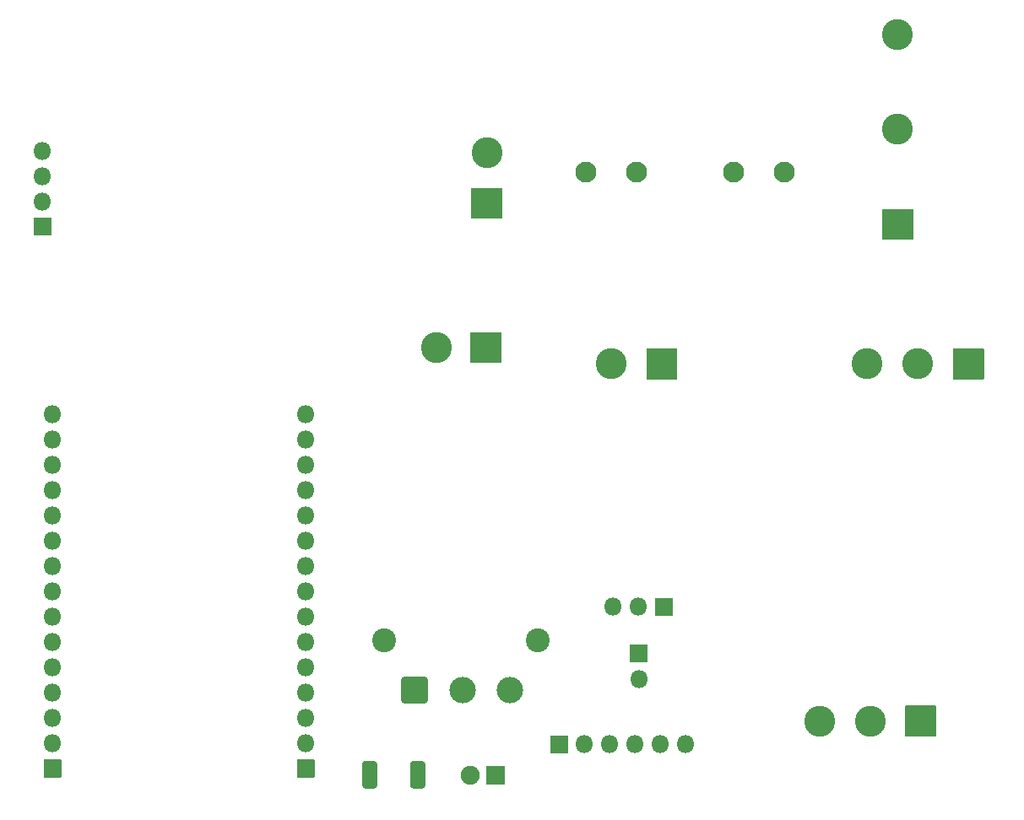
<source format=gts>
G04 #@! TF.GenerationSoftware,KiCad,Pcbnew,(5.1.12)-1*
G04 #@! TF.CreationDate,2022-02-21T20:10:41-04:00*
G04 #@! TF.ProjectId,OMC_WIFI_PCB,4f4d435f-5749-4464-995f-5043422e6b69,rev?*
G04 #@! TF.SameCoordinates,Original*
G04 #@! TF.FileFunction,Soldermask,Top*
G04 #@! TF.FilePolarity,Negative*
%FSLAX46Y46*%
G04 Gerber Fmt 4.6, Leading zero omitted, Abs format (unit mm)*
G04 Created by KiCad (PCBNEW (5.1.12)-1) date 2022-02-21 20:10:41*
%MOMM*%
%LPD*%
G01*
G04 APERTURE LIST*
%ADD10O,1.800000X1.800000*%
%ADD11C,2.100000*%
%ADD12C,3.100000*%
%ADD13C,1.900000*%
%ADD14C,2.400000*%
%ADD15C,2.650000*%
G04 APERTURE END LIST*
G36*
G01*
X632820000Y903830000D02*
X631120000Y903830000D01*
G75*
G02*
X631070000Y903880000I0J50000D01*
G01*
X631070000Y905580000D01*
G75*
G02*
X631120000Y905630000I50000J0D01*
G01*
X632820000Y905630000D01*
G75*
G02*
X632870000Y905580000I0J-50000D01*
G01*
X632870000Y903880000D01*
G75*
G02*
X632820000Y903830000I-50000J0D01*
G01*
G37*
D10*
X634510000Y904730000D03*
X637050000Y904730000D03*
X639590000Y904730000D03*
X642130000Y904730000D03*
X644670000Y904730000D03*
X639930000Y911300000D03*
G36*
G01*
X639030000Y912990000D02*
X639030000Y914690000D01*
G75*
G02*
X639080000Y914740000I50000J0D01*
G01*
X640780000Y914740000D01*
G75*
G02*
X640830000Y914690000I0J-50000D01*
G01*
X640830000Y912990000D01*
G75*
G02*
X640780000Y912940000I-50000J0D01*
G01*
X639080000Y912940000D01*
G75*
G02*
X639030000Y912990000I0J50000D01*
G01*
G37*
D11*
X639690000Y962160000D03*
X634610000Y962170000D03*
X654570000Y962180000D03*
X649490000Y962190000D03*
G36*
G01*
X626200000Y957475000D02*
X623200000Y957475000D01*
G75*
G02*
X623150000Y957525000I0J50000D01*
G01*
X623150000Y960525000D01*
G75*
G02*
X623200000Y960575000I50000J0D01*
G01*
X626200000Y960575000D01*
G75*
G02*
X626250000Y960525000I0J-50000D01*
G01*
X626250000Y957525000D01*
G75*
G02*
X626200000Y957475000I-50000J0D01*
G01*
G37*
D12*
X624700000Y964105000D03*
X658060000Y907060000D03*
X663140000Y907060000D03*
G36*
G01*
X669770000Y908560000D02*
X669770000Y905560000D01*
G75*
G02*
X669720000Y905510000I-50000J0D01*
G01*
X666720000Y905510000D01*
G75*
G02*
X666670000Y905560000I0J50000D01*
G01*
X666670000Y908560000D01*
G75*
G02*
X666720000Y908610000I50000J0D01*
G01*
X669720000Y908610000D01*
G75*
G02*
X669770000Y908560000I0J-50000D01*
G01*
G37*
G36*
G01*
X643800000Y944400000D02*
X643800000Y941400000D01*
G75*
G02*
X643750000Y941350000I-50000J0D01*
G01*
X640750000Y941350000D01*
G75*
G02*
X640700000Y941400000I0J50000D01*
G01*
X640700000Y944400000D01*
G75*
G02*
X640750000Y944450000I50000J0D01*
G01*
X643750000Y944450000D01*
G75*
G02*
X643800000Y944400000I0J-50000D01*
G01*
G37*
X637170000Y942900000D03*
X662860000Y942900000D03*
X667940000Y942900000D03*
G36*
G01*
X674570000Y944400000D02*
X674570000Y941400000D01*
G75*
G02*
X674520000Y941350000I-50000J0D01*
G01*
X671520000Y941350000D01*
G75*
G02*
X671470000Y941400000I0J50000D01*
G01*
X671470000Y944400000D01*
G75*
G02*
X671520000Y944450000I50000J0D01*
G01*
X674520000Y944450000D01*
G75*
G02*
X674570000Y944400000I0J-50000D01*
G01*
G37*
G36*
G01*
X626535000Y902515000D02*
X626535000Y900715000D01*
G75*
G02*
X626485000Y900665000I-50000J0D01*
G01*
X624685000Y900665000D01*
G75*
G02*
X624635000Y900715000I0J50000D01*
G01*
X624635000Y902515000D01*
G75*
G02*
X624685000Y902565000I50000J0D01*
G01*
X626485000Y902565000D01*
G75*
G02*
X626535000Y902515000I0J-50000D01*
G01*
G37*
D13*
X623045000Y901615000D03*
G36*
G01*
X607440000Y903150000D02*
X607440000Y901450000D01*
G75*
G02*
X607390000Y901400000I-50000J0D01*
G01*
X605690000Y901400000D01*
G75*
G02*
X605640000Y901450000I0J50000D01*
G01*
X605640000Y903150000D01*
G75*
G02*
X605690000Y903200000I50000J0D01*
G01*
X607390000Y903200000D01*
G75*
G02*
X607440000Y903150000I0J-50000D01*
G01*
G37*
D10*
X606540000Y904840000D03*
X606540000Y907380000D03*
X606540000Y909920000D03*
X606540000Y912460000D03*
X606540000Y915000000D03*
X606540000Y917540000D03*
X606540000Y920080000D03*
X606540000Y922620000D03*
X606540000Y925160000D03*
X606540000Y927700000D03*
X606540000Y930240000D03*
X606540000Y932780000D03*
X606540000Y935320000D03*
X606540000Y937860000D03*
G36*
G01*
X582040000Y903150000D02*
X582040000Y901450000D01*
G75*
G02*
X581990000Y901400000I-50000J0D01*
G01*
X580290000Y901400000D01*
G75*
G02*
X580240000Y901450000I0J50000D01*
G01*
X580240000Y903150000D01*
G75*
G02*
X580290000Y903200000I50000J0D01*
G01*
X581990000Y903200000D01*
G75*
G02*
X582040000Y903150000I0J-50000D01*
G01*
G37*
X581140000Y904840000D03*
X581140000Y907380000D03*
X581140000Y909920000D03*
X581140000Y912460000D03*
X581140000Y915000000D03*
X581140000Y917540000D03*
X581140000Y920080000D03*
X581140000Y922620000D03*
X581140000Y925160000D03*
X581140000Y927700000D03*
X581140000Y930240000D03*
X581140000Y932780000D03*
X581140000Y935320000D03*
X581140000Y937860000D03*
D12*
X665900000Y975970000D03*
X665900000Y966440000D03*
G36*
G01*
X667400000Y955360000D02*
X664400000Y955360000D01*
G75*
G02*
X664350000Y955410000I0J50000D01*
G01*
X664350000Y958410000D01*
G75*
G02*
X664400000Y958460000I50000J0D01*
G01*
X667400000Y958460000D01*
G75*
G02*
X667450000Y958410000I0J-50000D01*
G01*
X667450000Y955410000D01*
G75*
G02*
X667400000Y955360000I-50000J0D01*
G01*
G37*
D10*
X637380000Y918530000D03*
X639920000Y918530000D03*
G36*
G01*
X641610000Y919430000D02*
X643310000Y919430000D01*
G75*
G02*
X643360000Y919380000I0J-50000D01*
G01*
X643360000Y917680000D01*
G75*
G02*
X643310000Y917630000I-50000J0D01*
G01*
X641610000Y917630000D01*
G75*
G02*
X641560000Y917680000I0J50000D01*
G01*
X641560000Y919380000D01*
G75*
G02*
X641610000Y919430000I50000J0D01*
G01*
G37*
X580125000Y964295000D03*
X580125000Y961755000D03*
X580125000Y959215000D03*
G36*
G01*
X581025000Y957525000D02*
X581025000Y955825000D01*
G75*
G02*
X580975000Y955775000I-50000J0D01*
G01*
X579275000Y955775000D01*
G75*
G02*
X579225000Y955825000I0J50000D01*
G01*
X579225000Y957525000D01*
G75*
G02*
X579275000Y957575000I50000J0D01*
G01*
X580975000Y957575000D01*
G75*
G02*
X581025000Y957525000I0J-50000D01*
G01*
G37*
D14*
X629825000Y915150000D03*
G36*
G01*
X623125000Y946100000D02*
X626125000Y946100000D01*
G75*
G02*
X626175000Y946050000I0J-50000D01*
G01*
X626175000Y943050000D01*
G75*
G02*
X626125000Y943000000I-50000J0D01*
G01*
X623125000Y943000000D01*
G75*
G02*
X623075000Y943050000I0J50000D01*
G01*
X623075000Y946050000D01*
G75*
G02*
X623125000Y946100000I50000J0D01*
G01*
G37*
D12*
X619625000Y944550000D03*
D14*
X614425000Y915150000D03*
G36*
G01*
X612210000Y900557856D02*
X612210000Y902772144D01*
G75*
G02*
X612477856Y903040000I267856J0D01*
G01*
X613442144Y903040000D01*
G75*
G02*
X613710000Y902772144I0J-267856D01*
G01*
X613710000Y900557856D01*
G75*
G02*
X613442144Y900290000I-267856J0D01*
G01*
X612477856Y900290000D01*
G75*
G02*
X612210000Y900557856I0J267856D01*
G01*
G37*
G36*
G01*
X617010000Y900557856D02*
X617010000Y902772144D01*
G75*
G02*
X617277856Y903040000I267856J0D01*
G01*
X618242144Y903040000D01*
G75*
G02*
X618510000Y902772144I0J-267856D01*
G01*
X618510000Y900557856D01*
G75*
G02*
X618242144Y900290000I-267856J0D01*
G01*
X617277856Y900290000D01*
G75*
G02*
X617010000Y900557856I0J267856D01*
G01*
G37*
D15*
X627060000Y910170000D03*
X622260000Y910170000D03*
G36*
G01*
X616135000Y909104802D02*
X616135000Y911235198D01*
G75*
G02*
X616394802Y911495000I259802J0D01*
G01*
X618525198Y911495000D01*
G75*
G02*
X618785000Y911235198I0J-259802D01*
G01*
X618785000Y909104802D01*
G75*
G02*
X618525198Y908845000I-259802J0D01*
G01*
X616394802Y908845000D01*
G75*
G02*
X616135000Y909104802I0J259802D01*
G01*
G37*
M02*

</source>
